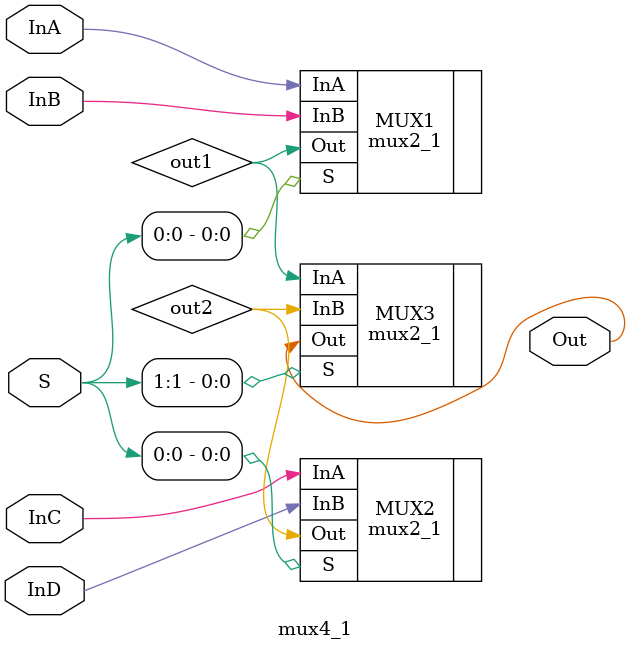
<source format=v>

module mux4_1(InA, InB, InC, InD, S, Out);
  // --- Inputs and Outputs ---
  input InA, InB, InC, InD; // 
  input [1:0] S;
  output Out;

  // --- Wires ---
  wire out1, out2;

  // --- Code ---
  mux2_1 MUX1(.InA(InA), .InB(InB), .S(S[0]), .Out(out1));
  mux2_1 MUX2(.InA(InC), .InB(InD), .S(S[0]), .Out(out2));

  mux2_1 MUX3(.InA(out1), .InB(out2), .S(S[1]), .Out(Out));
endmodule


</source>
